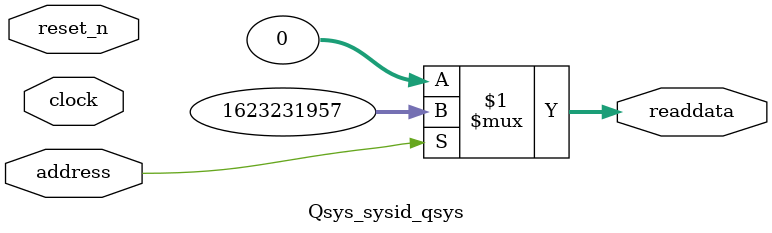
<source format=v>



// synthesis translate_off
`timescale 1ns / 1ps
// synthesis translate_on

// turn off superfluous verilog processor warnings 
// altera message_level Level1 
// altera message_off 10034 10035 10036 10037 10230 10240 10030 

module Qsys_sysid_qsys (
               // inputs:
                address,
                clock,
                reset_n,

               // outputs:
                readdata
             )
;

  output  [ 31: 0] readdata;
  input            address;
  input            clock;
  input            reset_n;

  wire    [ 31: 0] readdata;
  //control_slave, which is an e_avalon_slave
  assign readdata = address ? 1623231957 : 0;

endmodule



</source>
